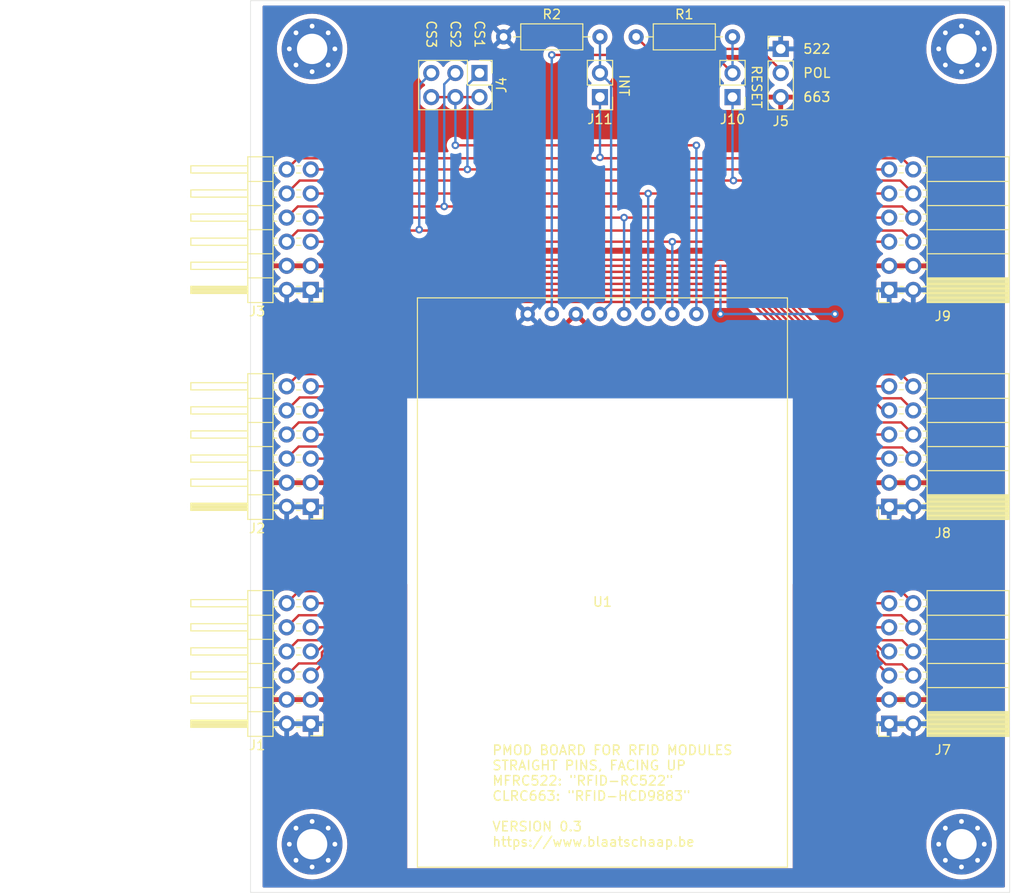
<source format=kicad_pcb>
(kicad_pcb (version 20211014) (generator pcbnew)
  (layers (0 "F.Cu" signal) (31 "B.Cu" signal) (34 "B.Paste" user "B.Plakken") (35 "F.Paste" user "F.Plakken") (36 "B.SilkS" user "B.Silkscreen") (37 "F.SilkS" user "F.Silkscreen") (38 "B.Mask" user) (39 "F.Mask" user "F. masker") (44 "Edge.Cuts" user))
  (net 0 "")
  (net 1 "GND")
  (net 2 "VCC")
  (net 3 "PMOD_UART_INT")
  (net 4 "PMOD_UART_CTS")
  (net 5 "PMOD_UART_RESER")
  (net 6 "PMOD_UART_TXD")
  (net 7 "PMOD_UART_GPIO3")
  (net 8 "PMOD_UART_RXD")
  (net 9 "PMOD_UART_GPIO4")
  (net 10 "PMOD_UART_RTS")
  (net 11 "PMOD_SPI_INT")
  (net 12 "PMOD_SPI_CS")
  (net 13 "PMOD_SPI_RESET")
  (net 14 "PMOD_SPI_MOSI")
  (net 15 "PMOD_SPI_CS2")
  (net 16 "PMOD_SPI_MISO")
  (net 17 "PMOD_SPI_CS3")
  (net 18 "PMOD_SPI_SCK")
  (net 19 "PMOD_I2C_GPIO1")
  (net 20 "PMOD_I2C_INT")
  (net 21 "PMOD_I2C_GPIO2")
  (net 22 "PMOD_I2C_RESET")
  (net 23 "PMOD_I2C_GPIO3")
  (net 24 "PMOD_I2C_SCL")
  (net 25 "PMOD_I2C_GPIO4")
  (net 26 "PMOD_I2C_SDA")
  (net 27 "CS")
  (net 28 "RESET")
  (net 29 "INT")
  (net 30 "Net-(R1-Pad1)")
  (footprint "Connector_PinHeader_2.54mm:PinHeader_2x06_P2.54mm_Horizontal" (layer "F.Cu") (at 63.5 119.38 180)
    (fp_text reference "J1" (at 5.655 -2.27) (layer "F.SilkS"))
    (fp_text value "Conn_02x06_Odd_Even")
    (pad "1" thru_hole rect (at 0 0 180) (size 1.7 1.7) (drill 1) (layers *.Cu *.Mask) (net 2 "VCC"))
    (pad "2" thru_hole oval (at 2.54 0 180) (size 1.7 1.7) (drill 1) (layers *.Cu *.Mask) (net 2 "VCC"))
    (pad "3" thru_hole oval (at 0 2.54 180) (size 1.7 1.7) (drill 1) (layers *.Cu *.Mask) (net 1 "GND"))
    (pad "4" thru_hole oval (at 2.54 2.54 180) (size 1.7 1.7) (drill 1) (layers *.Cu *.Mask) (net 1 "GND"))
    (pad "5" thru_hole oval (at 0 5.08 180) (size 1.7 1.7) (drill 1) (layers *.Cu *.Mask) (net 26 "PMOD_I2C_SDA"))
    (pad "6" thru_hole oval (at 2.54 5.08 180) (size 1.7 1.7) (drill 1) (layers *.Cu *.Mask) (net 25 "PMOD_I2C_GPIO4"))
    (pad "7" thru_hole oval (at 0 7.62 180) (size 1.7 1.7) (drill 1) (layers *.Cu *.Mask) (net 24 "PMOD_I2C_SCL"))
    (pad "8" thru_hole oval (at 2.54 7.62 180) (size 1.7 1.7) (drill 1) (layers *.Cu *.Mask) (net 23 "PMOD_I2C_GPIO3"))
    (pad "9" thru_hole oval (at 0 10.16 180) (size 1.7 1.7) (drill 1) (layers *.Cu *.Mask) (net 22 "PMOD_I2C_RESET"))
    (pad "10" thru_hole oval (at 2.54 10.16 180) (size 1.7 1.7) (drill 1) (layers *.Cu *.Mask) (net 21 "PMOD_I2C_GPIO2"))
    (pad "11" thru_hole oval (at 0 12.7 180) (size 1.7 1.7) (drill 1) (layers *.Cu *.Mask) (net 20 "PMOD_I2C_INT"))
    (pad "12" thru_hole oval (at 2.54 12.7 180) (size 1.7 1.7) (drill 1) (layers *.Cu *.Mask) (net 19 "PMOD_I2C_GPIO1"))
  )
  (footprint "Connector_PinHeader_2.54mm:PinHeader_2x06_P2.54mm_Horizontal" (layer "F.Cu") (at 63.5 96.52 180)
    (fp_text reference "J2" (at 5.655 -2.27) (layer "F.SilkS"))
    (fp_text value "Conn_02x06_Odd_Even")
    (pad "1" thru_hole rect (at 0 0 180) (size 1.7 1.7) (drill 1) (layers *.Cu *.Mask) (net 2 "VCC"))
    (pad "2" thru_hole oval (at 2.54 0 180) (size 1.7 1.7) (drill 1) (layers *.Cu *.Mask) (net 2 "VCC"))
    (pad "3" thru_hole oval (at 0 2.54 180) (size 1.7 1.7) (drill 1) (layers *.Cu *.Mask) (net 1 "GND"))
    (pad "4" thru_hole oval (at 2.54 2.54 180) (size 1.7 1.7) (drill 1) (layers *.Cu *.Mask) (net 1 "GND"))
    (pad "5" thru_hole oval (at 0 5.08 180) (size 1.7 1.7) (drill 1) (layers *.Cu *.Mask) (net 10 "PMOD_UART_RTS"))
    (pad "6" thru_hole oval (at 2.54 5.08 180) (size 1.7 1.7) (drill 1) (layers *.Cu *.Mask) (net 9 "PMOD_UART_GPIO4"))
    (pad "7" thru_hole oval (at 0 7.62 180) (size 1.7 1.7) (drill 1) (layers *.Cu *.Mask) (net 8 "PMOD_UART_RXD"))
    (pad "8" thru_hole oval (at 2.54 7.62 180) (size 1.7 1.7) (drill 1) (layers *.Cu *.Mask) (net 7 "PMOD_UART_GPIO3"))
    (pad "9" thru_hole oval (at 0 10.16 180) (size 1.7 1.7) (drill 1) (layers *.Cu *.Mask) (net 6 "PMOD_UART_TXD"))
    (pad "10" thru_hole oval (at 2.54 10.16 180) (size 1.7 1.7) (drill 1) (layers *.Cu *.Mask) (net 5 "PMOD_UART_RESER"))
    (pad "11" thru_hole oval (at 0 12.7 180) (size 1.7 1.7) (drill 1) (layers *.Cu *.Mask) (net 4 "PMOD_UART_CTS"))
    (pad "12" thru_hole oval (at 2.54 12.7 180) (size 1.7 1.7) (drill 1) (layers *.Cu *.Mask) (net 3 "PMOD_UART_INT"))
  )
  (footprint "Connector_PinHeader_2.54mm:PinHeader_2x06_P2.54mm_Horizontal" (layer "F.Cu") (at 63.5 73.66 180)
    (fp_text reference "J3" (at 5.655 -2.27) (layer "F.SilkS"))
    (fp_text value "Conn_02x06_Odd_Even")
    (pad "1" thru_hole rect (at 0 0 180) (size 1.7 1.7) (drill 1) (layers *.Cu *.Mask) (net 2 "VCC"))
    (pad "2" thru_hole oval (at 2.54 0 180) (size 1.7 1.7) (drill 1) (layers *.Cu *.Mask) (net 2 "VCC"))
    (pad "3" thru_hole oval (at 0 2.54 180) (size 1.7 1.7) (drill 1) (layers *.Cu *.Mask) (net 1 "GND"))
    (pad "4" thru_hole oval (at 2.54 2.54 180) (size 1.7 1.7) (drill 1) (layers *.Cu *.Mask) (net 1 "GND"))
    (pad "5" thru_hole oval (at 0 5.08 180) (size 1.7 1.7) (drill 1) (layers *.Cu *.Mask) (net 18 "PMOD_SPI_SCK"))
    (pad "6" thru_hole oval (at 2.54 5.08 180) (size 1.7 1.7) (drill 1) (layers *.Cu *.Mask) (net 17 "PMOD_SPI_CS3"))
    (pad "7" thru_hole oval (at 0 7.62 180) (size 1.7 1.7) (drill 1) (layers *.Cu *.Mask) (net 16 "PMOD_SPI_MISO"))
    (pad "8" thru_hole oval (at 2.54 7.62 180) (size 1.7 1.7) (drill 1) (layers *.Cu *.Mask) (net 15 "PMOD_SPI_CS2"))
    (pad "9" thru_hole oval (at 0 10.16 180) (size 1.7 1.7) (drill 1) (layers *.Cu *.Mask) (net 14 "PMOD_SPI_MOSI"))
    (pad "10" thru_hole oval (at 2.54 10.16 180) (size 1.7 1.7) (drill 1) (layers *.Cu *.Mask) (net 13 "PMOD_SPI_RESET"))
    (pad "11" thru_hole oval (at 0 12.7 180) (size 1.7 1.7) (drill 1) (layers *.Cu *.Mask) (net 12 "PMOD_SPI_CS"))
    (pad "12" thru_hole oval (at 2.54 12.7 180) (size 1.7 1.7) (drill 1) (layers *.Cu *.Mask) (net 11 "PMOD_SPI_INT"))
  )
  (footprint "Connector_PinSocket_2.54mm:PinSocket_2x06_P2.54mm_Horizontal" (layer "F.Cu") (at 124.46 119.38 180)
    (fp_text reference "J7" (at -5.65 -2.77) (layer "F.SilkS"))
    (fp_text value "Conn_02x06_Odd_Even")
    (pad "1" thru_hole rect (at 0 0 180) (size 1.7 1.7) (drill 1) (layers *.Cu *.Mask) (net 2 "VCC"))
    (pad "2" thru_hole oval (at -2.54 0 180) (size 1.7 1.7) (drill 1) (layers *.Cu *.Mask) (net 2 "VCC"))
    (pad "3" thru_hole oval (at 0 2.54 180) (size 1.7 1.7) (drill 1) (layers *.Cu *.Mask) (net 1 "GND"))
    (pad "4" thru_hole oval (at -2.54 2.54 180) (size 1.7 1.7) (drill 1) (layers *.Cu *.Mask) (net 1 "GND"))
    (pad "5" thru_hole oval (at 0 5.08 180) (size 1.7 1.7) (drill 1) (layers *.Cu *.Mask) (net 26 "PMOD_I2C_SDA"))
    (pad "6" thru_hole oval (at -2.54 5.08 180) (size 1.7 1.7) (drill 1) (layers *.Cu *.Mask) (net 25 "PMOD_I2C_GPIO4"))
    (pad "7" thru_hole oval (at 0 7.62 180) (size 1.7 1.7) (drill 1) (layers *.Cu *.Mask) (net 24 "PMOD_I2C_SCL"))
    (pad "8" thru_hole oval (at -2.54 7.62 180) (size 1.7 1.7) (drill 1) (layers *.Cu *.Mask) (net 23 "PMOD_I2C_GPIO3"))
    (pad "9" thru_hole oval (at 0 10.16 180) (size 1.7 1.7) (drill 1) (layers *.Cu *.Mask) (net 22 "PMOD_I2C_RESET"))
    (pad "10" thru_hole oval (at -2.54 10.16 180) (size 1.7 1.7) (drill 1) (layers *.Cu *.Mask) (net 21 "PMOD_I2C_GPIO2"))
    (pad "11" thru_hole oval (at 0 12.7 180) (size 1.7 1.7) (drill 1) (layers *.Cu *.Mask) (net 20 "PMOD_I2C_INT"))
    (pad "12" thru_hole oval (at -2.54 12.7 180) (size 1.7 1.7) (drill 1) (layers *.Cu *.Mask) (net 19 "PMOD_I2C_GPIO1"))
  )
  (footprint "Connector_PinSocket_2.54mm:PinSocket_2x06_P2.54mm_Horizontal" (layer "F.Cu") (at 124.46 96.52 180)
    (fp_text reference "J8" (at -5.65 -2.77) (layer "F.SilkS"))
    (fp_text value "Conn_02x06_Odd_Even")
    (pad "1" thru_hole rect (at 0 0 180) (size 1.7 1.7) (drill 1) (layers *.Cu *.Mask) (net 2 "VCC"))
    (pad "2" thru_hole oval (at -2.54 0 180) (size 1.7 1.7) (drill 1) (layers *.Cu *.Mask) (net 2 "VCC"))
    (pad "3" thru_hole oval (at 0 2.54 180) (size 1.7 1.7) (drill 1) (layers *.Cu *.Mask) (net 1 "GND"))
    (pad "4" thru_hole oval (at -2.54 2.54 180) (size 1.7 1.7) (drill 1) (layers *.Cu *.Mask) (net 1 "GND"))
    (pad "5" thru_hole oval (at 0 5.08 180) (size 1.7 1.7) (drill 1) (layers *.Cu *.Mask) (net 10 "PMOD_UART_RTS"))
    (pad "6" thru_hole oval (at -2.54 5.08 180) (size 1.7 1.7) (drill 1) (layers *.Cu *.Mask) (net 9 "PMOD_UART_GPIO4"))
    (pad "7" thru_hole oval (at 0 7.62 180) (size 1.7 1.7) (drill 1) (layers *.Cu *.Mask) (net 8 "PMOD_UART_RXD"))
    (pad "8" thru_hole oval (at -2.54 7.62 180) (size 1.7 1.7) (drill 1) (layers *.Cu *.Mask) (net 7 "PMOD_UART_GPIO3"))
    (pad "9" thru_hole oval (at 0 10.16 180) (size 1.7 1.7) (drill 1) (layers *.Cu *.Mask) (net 6 "PMOD_UART_TXD"))
    (pad "10" thru_hole oval (at -2.54 10.16 180) (size 1.7 1.7) (drill 1) (layers *.Cu *.Mask) (net 5 "PMOD_UART_RESER"))
    (pad "11" thru_hole oval (at 0 12.7 180) (size 1.7 1.7) (drill 1) (layers *.Cu *.Mask) (net 4 "PMOD_UART_CTS"))
    (pad "12" thru_hole oval (at -2.54 12.7 180) (size 1.7 1.7) (drill 1) (layers *.Cu *.Mask) (net 3 "PMOD_UART_INT"))
  )
  (footprint "Connector_PinSocket_2.54mm:PinSocket_2x06_P2.54mm_Horizontal" (layer "F.Cu") (at 124.46 73.66 180)
    (fp_text reference "J9" (at -5.65 -2.77) (layer "F.SilkS"))
    (fp_text value "Conn_02x06_Odd_Even")
    (pad "1" thru_hole rect (at 0 0 180) (size 1.7 1.7) (drill 1) (layers *.Cu *.Mask) (net 2 "VCC"))
    (pad "2" thru_hole oval (at -2.54 0 180) (size 1.7 1.7) (drill 1) (layers *.Cu *.Mask) (net 2 "VCC"))
    (pad "3" thru_hole oval (at 0 2.54 180) (size 1.7 1.7) (drill 1) (layers *.Cu *.Mask) (net 1 "GND"))
    (pad "4" thru_hole oval (at -2.54 2.54 180) (size 1.7 1.7) (drill 1) (layers *.Cu *.Mask) (net 1 "GND"))
    (pad "5" thru_hole oval (at 0 5.08 180) (size 1.7 1.7) (drill 1) (layers *.Cu *.Mask) (net 18 "PMOD_SPI_SCK"))
    (pad "6" thru_hole oval (at -2.54 5.08 180) (size 1.7 1.7) (drill 1) (layers *.Cu *.Mask) (net 17 "PMOD_SPI_CS3"))
    (pad "7" thru_hole oval (at 0 7.62 180) (size 1.7 1.7) (drill 1) (layers *.Cu *.Mask) (net 16 "PMOD_SPI_MISO"))
    (pad "8" thru_hole oval (at -2.54 7.62 180) (size 1.7 1.7) (drill 1) (layers *.Cu *.Mask) (net 15 "PMOD_SPI_CS2"))
    (pad "9" thru_hole oval (at 0 10.16 180) (size 1.7 1.7) (drill 1) (layers *.Cu *.Mask) (net 14 "PMOD_SPI_MOSI"))
    (pad "10" thru_hole oval (at -2.54 10.16 180) (size 1.7 1.7) (drill 1) (layers *.Cu *.Mask) (net 13 "PMOD_SPI_RESET"))
    (pad "11" thru_hole oval (at 0 12.7 180) (size 1.7 1.7) (drill 1) (layers *.Cu *.Mask) (net 12 "PMOD_SPI_CS"))
    (pad "12" thru_hole oval (at -2.54 12.7 180) (size 1.7 1.7) (drill 1) (layers *.Cu *.Mask) (net 11 "PMOD_SPI_INT"))
  )
  (footprint "MountingHole:MountingHole_3.2mm_M3_Pad_Via" (layer "F.Cu") (at 63.64 48.26)
    (fp_text reference "H1" hide)
    (fp_text value "MountingHole")
    (pad "1" thru_hole circle (at 1.697056 -1.697056) (size 0.8 0.8) (drill 0.5) (layers *.Cu *.Mask))
    (pad "1" thru_hole circle (at 0 2.4) (size 0.8 0.8) (drill 0.5) (layers *.Cu *.Mask))
    (pad "1" thru_hole circle (at 0 -2.4) (size 0.8 0.8) (drill 0.5) (layers *.Cu *.Mask))
    (pad "1" thru_hole circle (at 2.4 0) (size 0.8 0.8) (drill 0.5) (layers *.Cu *.Mask))
    (pad "1" thru_hole circle (at 0 0) (size 6.4 6.4) (drill 3.2) (layers *.Cu *.Mask))
    (pad "1" thru_hole circle (at -2.4 0) (size 0.8 0.8) (drill 0.5) (layers *.Cu *.Mask))
    (pad "1" thru_hole circle (at -1.697056 -1.697056) (size 0.8 0.8) (drill 0.5) (layers *.Cu *.Mask))
    (pad "1" thru_hole circle (at 1.697056 1.697056) (size 0.8 0.8) (drill 0.5) (layers *.Cu *.Mask))
    (pad "1" thru_hole circle (at -1.697056 1.697056) (size 0.8 0.8) (drill 0.5) (layers *.Cu *.Mask))
  )
  (footprint "MountingHole:MountingHole_3.2mm_M3_Pad_Via" (layer "F.Cu") (at 63.64 132.08)
    (fp_text reference "H2" hide)
    (fp_text value "MountingHole")
    (pad "1" thru_hole circle (at -2.4 0) (size 0.8 0.8) (drill 0.5) (layers *.Cu *.Mask))
    (pad "1" thru_hole circle (at -1.697056 -1.697056) (size 0.8 0.8) (drill 0.5) (layers *.Cu *.Mask))
    (pad "1" thru_hole circle (at -1.697056 1.697056) (size 0.8 0.8) (drill 0.5) (layers *.Cu *.Mask))
    (pad "1" thru_hole circle (at 0 -2.4) (size 0.8 0.8) (drill 0.5) (layers *.Cu *.Mask))
    (pad "1" thru_hole circle (at 0 0) (size 6.4 6.4) (drill 3.2) (layers *.Cu *.Mask))
    (pad "1" thru_hole circle (at 1.697056 -1.697056) (size 0.8 0.8) (drill 0.5) (layers *.Cu *.Mask))
    (pad "1" thru_hole circle (at 2.4 0) (size 0.8 0.8) (drill 0.5) (layers *.Cu *.Mask))
    (pad "1" thru_hole circle (at 1.697056 1.697056) (size 0.8 0.8) (drill 0.5) (layers *.Cu *.Mask))
    (pad "1" thru_hole circle (at 0 2.4) (size 0.8 0.8) (drill 0.5) (layers *.Cu *.Mask))
  )
  (footprint "MountingHole:MountingHole_3.2mm_M3_Pad_Via" (layer "F.Cu") (at 132.08 48.26)
    (fp_text reference "H3" hide)
    (fp_text value "MountingHole")
    (pad "1" thru_hole circle (at -1.697056 -1.697056) (size 0.8 0.8) (drill 0.5) (layers *.Cu *.Mask))
    (pad "1" thru_hole circle (at 1.697056 -1.697056) (size 0.8 0.8) (drill 0.5) (layers *.Cu *.Mask))
    (pad "1" thru_hole circle (at 1.697056 1.697056) (size 0.8 0.8) (drill 0.5) (layers *.Cu *.Mask))
    (pad "1" thru_hole circle (at 0 2.4) (size 0.8 0.8) (drill 0.5) (layers *.Cu *.Mask))
    (pad "1" thru_hole circle (at 2.4 0) (size 0.8 0.8) (drill 0.5) (layers *.Cu *.Mask))
    (pad "1" thru_hole circle (at -2.4 0) (size 0.8 0.8) (drill 0.5) (layers *.Cu *.Mask))
    (pad "1" thru_hole circle (at 0 0) (size 6.4 6.4) (drill 3.2) (layers *.Cu *.Mask))
    (pad "1" thru_hole circle (at -1.697056 1.697056) (size 0.8 0.8) (drill 0.5) (layers *.Cu *.Mask))
    (pad "1" thru_hole circle (at 0 -2.4) (size 0.8 0.8) (drill 0.5) (layers *.Cu *.Mask))
  )
  (footprint "MountingHole:MountingHole_3.2mm_M3_Pad_Via" (layer "F.Cu") (at 132.08 132.08)
    (fp_text reference "H4" hide)
    (fp_text value "MountingHole")
    (pad "1" thru_hole circle (at -1.697056 1.697056) (size 0.8 0.8) (drill 0.5) (layers *.Cu *.Mask))
    (pad "1" thru_hole circle (at 1.697056 -1.697056) (size 0.8 0.8) (drill 0.5) (layers *.Cu *.Mask))
    (pad "1" thru_hole circle (at -1.697056 -1.697056) (size 0.8 0.8) (drill 0.5) (layers *.Cu *.Mask))
    (pad "1" thru_hole circle (at 0 -2.4) (size 0.8 0.8) (drill 0.5) (layers *.Cu *.Mask))
    (pad "1" thru_hole circle (at 0 0) (size 6.4 6.4) (drill 3.2) (layers *.Cu *.Mask))
    (pad "1" thru_hole circle (at 1.697056 1.697056) (size 0.8 0.8) (drill 0.5) (layers *.Cu *.Mask))
    (pad "1" thru_hole circle (at -2.4 0) (size 0.8 0.8) (drill 0.5) (layers *.Cu *.Mask))
    (pad "1" thru_hole circle (at 2.4 0) (size 0.8 0.8) (drill 0.5) (layers *.Cu *.Mask))
    (pad "1" thru_hole circle (at 0 2.4) (size 0.8 0.8) (drill 0.5) (layers *.Cu *.Mask))
  )
  (footprint "AvS_Modules:MOD_RFID-RC522_STRAIGHT_UP" (layer "F.Cu") (at 94.24 104.5)
    (fp_text reference "U1" (at 0 2.04) (layer "F.SilkS"))
    (fp_text value "MOD_RFID-HCD9883")
    (pad "1" thru_hole circle (at -7.88 -28.3) (size 1.524 1.524) (drill 0.762) (layers *.Cu *.Mask) (net 2 "VCC"))
    (pad "2" thru_hole circle (at -5.34 -28.3) (size 1.524 1.524) (drill 0.762) (layers *.Cu *.Mask) (net 28 "RESET"))
    (pad "3" thru_hole circle (at -2.8 -28.3) (size 1.524 1.524) (drill 0.762) (layers *.Cu *.Mask) (net 1 "GND"))
    (pad "4" thru_hole circle (at -0.26 -28.3) (size 1.524 1.524) (drill 0.762) (layers *.Cu *.Mask) (net 29 "INT"))
    (pad "5" thru_hole circle (at 2.28 -28.3) (size 1.524 1.524) (drill 0.762) (layers *.Cu *.Mask) (net 16 "PMOD_SPI_MISO"))
    (pad "6" thru_hole circle (at 4.82 -28.3) (size 1.524 1.524) (drill 0.762) (layers *.Cu *.Mask) (net 14 "PMOD_SPI_MOSI"))
    (pad "7" thru_hole circle (at 7.36 -28.3) (size 1.524 1.524) (drill 0.762) (layers *.Cu *.Mask) (net 18 "PMOD_SPI_SCK"))
    (pad "8" thru_hole circle (at 9.9 -28.3) (size 1.524 1.524) (drill 0.762) (layers *.Cu *.Mask) (net 27 "CS"))
  )
  (footprint "Connector_PinHeader_2.54mm:PinHeader_2x03_P2.54mm_Vertical" (layer "F.Cu") (at 81.28 50.8 -90)
    (fp_text reference "J4" (at 1.27 -2.33 90) (layer "F.SilkS"))
    (fp_text value "Conn_02x03_Odd_Even")
    (pad "1" thru_hole rect (at 0 0 270) (size 1.7 1.7) (drill 1) (layers *.Cu *.Mask) (net 12 "PMOD_SPI_CS"))
    (pad "2" thru_hole oval (at 2.54 0 270) (size 1.7 1.7) (drill 1) (layers *.Cu *.Mask) (net 27 "CS"))
    (pad "3" thru_hole oval (at 0 2.54 270) (size 1.7 1.7) (drill 1) (layers *.Cu *.Mask) (net 15 "PMOD_SPI_CS2"))
    (pad "4" thru_hole oval (at 2.54 2.54 270) (size 1.7 1.7) (drill 1) (layers *.Cu *.Mask) (net 27 "CS"))
    (pad "5" thru_hole oval (at 0 5.08 270) (size 1.7 1.7) (drill 1) (layers *.Cu *.Mask) (net 17 "PMOD_SPI_CS3"))
    (pad "6" thru_hole oval (at 2.54 5.08 270) (size 1.7 1.7) (drill 1) (layers *.Cu *.Mask) (net 27 "CS"))
  )
  (footprint "Connector_PinHeader_2.54mm:PinHeader_1x02_P2.54mm_Vertical" (layer "F.Cu") (at 107.95 53.34 180)
    (fp_text reference "J10" (at 0 -2.33) (layer "F.SilkS"))
    (fp_text value "Conn_02x01")
    (pad "1" thru_hole rect (at 0 0 180) (size 1.7 1.7) (drill 1) (layers *.Cu *.Mask) (net 13 "PMOD_SPI_RESET"))
    (pad "2" thru_hole oval (at 0 2.54 180) (size 1.7 1.7) (drill 1) (layers *.Cu *.Mask) (net 28 "RESET"))
  )
  (footprint "Connector_PinHeader_2.54mm:PinHeader_1x02_P2.54mm_Vertical" (layer "F.Cu") (at 93.98 53.34 180)
    (fp_text reference "J11" (at 0 -2.33) (layer "F.SilkS"))
    (fp_text value "Conn_02x01")
    (pad "1" thru_hole rect (at 0 0 180) (size 1.7 1.7) (drill 1) (layers *.Cu *.Mask) (net 11 "PMOD_SPI_INT"))
    (pad "2" thru_hole oval (at 0 2.54 180) (size 1.7 1.7) (drill 1) (layers *.Cu *.Mask) (net 29 "INT"))
  )
  (footprint "Resistor_THT:R_Axial_DIN0207_L6.3mm_D2.5mm_P10.16mm_Horizontal" (layer "F.Cu") (at 83.82 46.99)
    (fp_text reference "R2" (at 5.08 -2.37) (layer "F.SilkS"))
    (fp_text value "R_Small")
    (pad "1" thru_hole circle (at 0 0) (size 1.6 1.6) (drill 0.8) (layers *.Cu *.Mask) (net 2 "VCC"))
    (pad "2" thru_hole oval (at 10.16 0) (size 1.6 1.6) (drill 0.8) (layers *.Cu *.Mask) (net 29 "INT"))
  )
  (footprint "Resistor_THT:R_Axial_DIN0207_L6.3mm_D2.5mm_P10.16mm_Horizontal" (layer "F.Cu") (at 97.79 46.99)
    (fp_text reference "R1" (at 5.08 -2.37) (layer "F.SilkS"))
    (fp_text value "R_Small")
    (pad "1" thru_hole circle (at 0 0) (size 1.6 1.6) (drill 0.8) (layers *.Cu *.Mask) (net 30 "Net-(R1-Pad1)"))
    (pad "2" thru_hole oval (at 10.16 0) (size 1.6 1.6) (drill 0.8) (layers *.Cu *.Mask) (net 28 "RESET"))
  )
  (footprint "Connector_PinHeader_2.54mm:PinHeader_1x03_P2.54mm_Vertical" (layer "F.Cu") (at 113.03 48.26)
    (fp_text reference "J5" (at 0 7.62) (layer "F.SilkS"))
    (fp_text value "Conn_01x03")
    (pad "1" thru_hole rect (at 0 0) (size 1.7 1.7) (drill 1) (layers *.Cu *.Mask) (net 2 "VCC"))
    (pad "2" thru_hole oval (at 0 2.54) (size 1.7 1.7) (drill 1) (layers *.Cu *.Mask) (net 30 "Net-(R1-Pad1)"))
    (pad "3" thru_hole oval (at 0 5.08) (size 1.7 1.7) (drill 1) (layers *.Cu *.Mask) (net 1 "GND"))
  )
  (gr_line (start 137.16 137.16) (end 57.15 137.16) (layer "Edge.Cuts") (width 0.05))
  (gr_line (start 57.15 43.18) (end 137.16 43.18) (layer "Edge.Cuts") (width 0.05))
  (gr_line (start 137.16 43.18) (end 137.16 137.16) (layer "Edge.Cuts") (width 0.05))
  (gr_line (start 57.15 43.18) (end 57.15 137.16) (layer "Edge.Cuts") (width 0.05))
  (gr_text "CS1" (at 81.28 48.26 -90) (layer "F.SilkS") (effects (font (size 1 1)) (justify right)))
  (gr_text "CS2" (at 78.74 48.26 -90) (layer "F.SilkS") (effects (font (size 1 1)) (justify right)))
  (gr_text "PMOD BOARD FOR RFID MODULES\nSTRAIGHT PINS, FACING UP\nMFRC522: {dblquote}RFID-RC522{dblquote}    \nCLRC663: {dblquote}RFID-HCD9883{dblquote}    \n\nVERSION 0.3\nhttps://www.blaatschaap.be" (at 82.55 127) (layer "F.SilkS") (effects (font (size 1 1)) (justify left)))
  (gr_text "663" (at 116.84 53.34) (layer "F.SilkS") (effects (font (size 1 1))))
  (gr_text "POL" (at 116.84 50.8) (layer "F.SilkS") (effects (font (size 1 1))))
  (gr_text "INT" (at 96.52 53.34 -90) (layer "F.SilkS") (effects (font (size 1 1)) (justify right)))
  (gr_text "522" (at 116.84 48.26) (layer "F.SilkS") (effects (font (size 1 1))))
  (gr_text "CS3" (at 76.2 48.26 -90) (layer "F.SilkS") (effects (font (size 1 1)) (justify right)))
  (gr_text "RESET" (at 110.49 54.61 -90) (layer "F.SilkS") (effects (font (size 1 1)) (justify right)))
  (via (at 106.68 76.2) (size 0.8) (drill 0.4) (layers "F.Cu" "B.Cu") (net 1))
  (via (at 118.745 76.2) (size 0.8) (drill 0.4) (layers "F.Cu" "B.Cu") (net 1))
  (segment (start 106.68 76.2) (end 118.745 76.2) (width 0.25) (layer "B.Cu") (net 1))
  (segment (start 106.68 76.2) (end 106.68 71.12) (width 0.25) (layer "B.Cu") (net 1))
  (segment (start 125.73 82.55) (end 127 83.82) (width 0.25) (layer "F.Cu") (net 3))
  (segment (start 78.08385 70.485) (end 109.855 70.485) (width 0.25) (layer "F.Cu") (net 3))
  (segment (start 109.855 70.485) (end 110.03999 70.66999) (width 0.25) (layer "F.Cu") (net 3))
  (segment (start 62.240575 82.539425) (end 66.029425 82.539425) (width 0.25) (layer "F.Cu") (net 3))
  (segment (start 60.96 83.82) (end 62.240575 82.539425) (width 0.25) (layer "F.Cu") (net 3))
  (segment (start 66.029425 82.539425) (end 78.08385 70.485) (width 0.25) (layer "F.Cu") (net 3))
  (segment (start 121.94115 82.55) (end 125.73 82.55) (width 0.25) (layer "F.Cu") (net 3))
  (segment (start 110.03999 70.66999) (end 110.061141 70.669991) (width 0.25) (layer "F.Cu") (net 3))
  (segment (start 110.061141 70.669991) (end 121.94115 82.55) (width 0.25) (layer "F.Cu") (net 3))
  (segment (start 77.920009 71.304991) (end 77.900269 71.304991) (width 0.25) (layer "F.Cu") (net 4))
  (segment (start 109.87474 71.12) (end 78.105 71.12) (width 0.25) (layer "F.Cu") (net 4))
  (segment (start 122.57474 83.82) (end 109.87474 71.12) (width 0.25) (layer "F.Cu") (net 4))
  (segment (start 65.38526 83.82) (end 63.5 83.82) (width 0.25) (layer "F.Cu") (net 4))
  (segment (start 77.900269 71.304991) (end 65.38526 83.82) (width 0.25) (layer "F.Cu") (net 4))
  (segment (start 78.105 71.12) (end 77.920009 71.304991) (width 0.25) (layer "F.Cu") (net 4))
  (segment (start 124.46 83.82) (end 122.57474 83.82) (width 0.25) (layer "F.Cu") (net 4))
  (segment (start 110.03999 71.93999) (end 110.058321 71.939991) (width 0.25) (layer "F.Cu") (net 5))
  (segment (start 64.846669 84.995001) (end 78.08667 71.755) (width 0.25) (layer "F.Cu") (net 5))
  (segment (start 125.720835 85.080835) (end 127 86.36) (width 0.25) (layer "F.Cu") (net 5))
  (segment (start 78.08667 71.755) (end 109.855 71.755) (width 0.25) (layer "F.Cu") (net 5))
  (segment (start 60.96 86.36) (end 62.324999 84.995001) (width 0.25) (layer "F.Cu") (net 5))
  (segment (start 62.324999 84.995001) (end 64.846669 84.995001) (width 0.25) (layer "F.Cu") (net 5))
  (segment (start 110.058321 71.939991) (end 123.199165 85.080835) (width 0.25) (layer "F.Cu") (net 5))
  (segment (start 109.855 71.755) (end 110.03999 71.93999) (width 0.25) (layer "F.Cu") (net 5))
  (segment (start 123.199165 85.080835) (end 125.720835 85.080835) (width 0.25) (layer "F.Cu") (net 5))
  (segment (start 65.405 85.07308) (end 78.08808 72.39) (width 0.25) (layer "F.Cu") (net 6))
  (segment (start 123.84192 86.36) (end 124.46 86.36) (width 0.25) (layer "F.Cu") (net 6))
  (segment (start 78.08808 72.39) (end 109.87192 72.39) (width 0.25) (layer "F.Cu") (net 6))
  (segment (start 65.405 85.725) (end 65.405 85.07308) (width 0.25) (layer "F.Cu") (net 6))
  (segment (start 109.87192 72.39) (end 123.84192 86.36) (width 0.25) (layer "F.Cu") (net 6))
  (segment (start 63.5 86.36) (end 64.77 86.36) (width 0.25) (layer "F.Cu") (net 6))
  (segment (start 64.77 86.36) (end 65.405 85.725) (width 0.25) (layer "F.Cu") (net 6))
  (segment (start 122.555 87.63) (end 121.92 86.995) (width 0.25) (layer "F.Cu") (net 7))
  (segment (start 77.904499 73.209991) (end 77.920009 73.209991) (width 0.25) (layer "F.Cu") (net 7))
  (segment (start 66.04 85.07449) (end 66.224991 84.889499) (width 0.25) (layer "F.Cu") (net 7))
  (segment (start 77.920009 73.209991) (end 78.105 73.025) (width 0.25) (layer "F.Cu") (net 7))
  (segment (start 121.92 86.995) (end 121.92 85.09) (width 0.25) (layer "F.Cu") (net 7))
  (segment (start 121.92 85.09) (end 121.73501 84.90501) (width 0.25) (layer "F.Cu") (net 7))
  (segment (start 66.224991 84.889499) (end 66.667245 84.447245) (width 0.25) (layer "F.Cu") (net 7))
  (segment (start 78.105 73.025) (end 80.01 73.025) (width 0.25) (layer "F.Cu") (net 7))
  (segment (start 125.73 87.63) (end 122.555 87.63) (width 0.25) (layer "F.Cu") (net 7))
  (segment (start 66.667245 84.447245) (end 77.904499 73.209991) (width 0.25) (layer "F.Cu") (net 7))
  (segment (start 80.01 73.025) (end 80.645 73.025) (width 0.25) (layer "F.Cu") (net 7))
  (segment (start 127 88.9) (end 125.73 87.63) (width 0.25) (layer "F.Cu") (net 7))
  (segment (start 121.735009 84.889499) (end 109.87051 73.025) (width 0.25) (layer "F.Cu") (net 7))
  (segment (start 66.04 86.995) (end 66.04 85.07449) (width 0.25) (layer "F.Cu") (net 7))
  (segment (start 109.87051 73.025) (end 80.01 73.025) (width 0.25) (layer "F.Cu") (net 7))
  (segment (start 65.405 87.63) (end 66.04 86.995) (width 0.25) (layer "F.Cu") (net 7))
  (segment (start 121.73501 84.90501) (end 121.735009 84.889499) (width 0.25) (layer "F.Cu") (net 7))
  (segment (start 60.96 88.9) (end 62.23 87.63) (width 0.25) (layer "F.Cu") (net 7))
  (segment (start 62.23 87.63) (end 65.405 87.63) (width 0.25) (layer "F.Cu") (net 7))
  (segment (start 66.675 88.265) (end 66.675 85.0759) (width 0.25) (layer "F.Cu") (net 8))
  (segment (start 66.675 85.0759) (end 78.0909 73.66) (width 0.25) (layer "F.Cu") (net 8))
  (segment (start 66.04 88.9) (end 66.675 88.265) (width 0.25) (layer "F.Cu") (net 8))
  (segment (start 121.285 85.0759) (end 121.285 88.265) (width 0.25) (layer "F.Cu") (net 8))
  (segment (start 109.855 73.66) (end 110.03999 73.84499) (width 0.25) (layer "F.Cu") (net 8))
  (segment (start 121.92 88.9) (end 124.46 88.9) (width 0.25) (layer "F.Cu") (net 8))
  (segment (start 78.0909 73.66) (end 109.855 73.66) (width 0.25) (layer "F.Cu") (net 8))
  (segment (start 63.5 88.9) (end 66.04 88.9) (width 0.25) (layer "F.Cu") (net 8))
  (segment (start 121.285 88.265) (end 121.92 88.9) (width 0.25) (layer "F.Cu") (net 8))
  (segment (start 110.054091 73.844991) (end 121.285 85.0759) (width 0.25) (layer "F.Cu") (net 8))
  (segment (start 110.03999 73.84499) (end 110.054091 73.844991) (width 0.25) (layer "F.Cu") (net 8))
  (segment (start 120.46501 84.90501) (end 120.465009 84.892319) (width 0.25) (layer "F.Cu") (net 9))
  (segment (start 67.494991 84.892319) (end 67.49499 84.90501) (width 0.25) (layer "F.Cu") (net 9))
  (segment (start 62.23 90.17) (end 60.96 91.44) (width 0.25) (layer "F.Cu") (net 9))
  (segment (start 78.09231 74.295) (end 67.494991 84.892319) (width 0.25) (layer "F.Cu") (net 9))
  (segment (start 120.65 85.09) (end 120.46501 84.90501) (width 0.25) (layer "F.Cu") (net 9))
  (segment (start 120.65 89.535) (end 120.65 85.09) (width 0.25) (layer "F.Cu") (net 9))
  (segment (start 121.379999 90.264999) (end 120.65 89.535) (width 0.25) (layer "F.Cu") (net 9))
  (segment (start 66.675 90.17) (end 62.23 90.17) (width 0.25) (layer "F.Cu") (net 9))
  (segment (start 120.465009 84.892319) (end 109.86769 74.295) (width 0.25) (layer "F.Cu") (net 9))
  (segment (start 67.31 85.09) (end 67.31 89.535) (width 0.25) (layer "F.Cu") (net 9))
  (segment (start 109.86769 74.295) (end 78.09231 74.295) (width 0.25) (layer "F.Cu") (net 9))
  (segment (start 67.49499 84.90501) (end 67.31 85.09) (width 0.25) (layer "F.Cu") (net 9))
  (segment (start 125.824999 90.264999) (end 121.379999 90.264999) (width 0.25) (layer "F.Cu") (net 9))
  (segment (start 127 91.44) (end 125.824999 90.264999) (width 0.25) (layer "F.Cu") (net 9))
  (segment (start 67.31 89.535) (end 66.675 90.17) (width 0.25) (layer "F.Cu") (net 9))
  (segment (start 109.86628 74.93) (end 120.015 85.07872) (width 0.25) (layer "F.Cu") (net 10))
  (segment (start 80.645 74.93) (end 80.01 74.93) (width 0.25) (layer "F.Cu") (net 10))
  (segment (start 80.645 74.93) (end 109.86628 74.93) (width 0.25) (layer "F.Cu") (net 10))
  (segment (start 66.675 91.44) (end 67.945 90.17) (width 0.25) (layer "F.Cu") (net 10))
  (segment (start 120.015 85.07872) (end 120.015 90.805) (width 0.25) (layer "F.Cu") (net 10))
  (segment (start 78.09372 74.93) (end 80.645 74.93) (width 0.25) (layer "F.Cu") (net 10))
  (segment (start 67.945 85.07872) (end 78.09372 74.93) (width 0.25) (layer "F.Cu") (net 10))
  (segment (start 120.65 91.44) (end 124.46 91.44) (width 0.25) (layer "F.Cu") (net 10))
  (segment (start 120.015 90.805) (end 120.65 91.44) (width 0.25) (layer "F.Cu") (net 10))
  (segment (start 63.5 91.44) (end 66.675 91.44) (width 0.25) (layer "F.Cu") (net 10))
  (segment (start 67.945 90.17) (end 67.945 85.07872) (width 0.25) (layer "F.Cu") (net 10))
  (segment (start 60.96 60.96) (end 62.134511 59.785489) (width 0.25) (layer "F.Cu") (net 11))
  (segment (start 125.825489 59.785489) (end 127 60.96) (width 0.25) (layer "F.Cu") (net 11))
  (segment (start 62.134511 59.785489) (end 125.825489 59.785489) (width 0.25) (layer "F.Cu") (net 11))
  (via (at 93.98 59.69) (size 0.8) (drill 0.4) (layers "F.Cu" "B.Cu") (net 11))
  (segment (start 93.98 53.34) (end 93.98 59.69) (width 0.25) (layer "B.Cu") (net 11))
  (segment (start 80.01 60.96) (end 124.46 60.96) (width 0.25) (layer "F.Cu") (net 12))
  (segment (start 63.5 60.96) (end 80.01 60.96) (width 0.25) (layer "F.Cu") (net 12))
  (via (at 80.01 60.96) (size 0.8) (drill 0.4) (layers "F.Cu" "B.Cu") (net 12))
  (segment (start 81.28 50.8) (end 80.01 52.07) (width 0.25) (layer "B.Cu") (net 12))
  (segment (start 80.01 52.07) (end 80.01 60.96) (width 0.25) (layer "B.Cu") (net 12))
  (segment (start 108.045489 62.134511) (end 125.634511 62.134511) (width 0.25) (layer "F.Cu") (net 13))
  (segment (start 125.634511 62.134511) (end 127 63.5) (width 0.25) (layer "F.Cu") (net 13))
  (segment (start 60.96 63.5) (end 62.325489 62.134511) (width 0.25) (layer "F.Cu") (net 13))
  (segment (start 62.325489 62.134511) (end 108.045489 62.134511) (width 0.25) (layer "F.Cu") (net 13))
  (via (at 108.045489 62.134511) (size 0.8) (drill 0.4) (layers "F.Cu" "B.Cu") (net 13))
  (segment (start 107.95 62.039022) (end 108.045489 62.134511) (width 0.25) (layer "B.Cu") (net 13))
  (segment (start 107.95 53.34) (end 107.95 62.039022) (width 0.25) (layer "B.Cu") (net 13))
  (segment (start 99.06 63.5) (end 124.46 63.5) (width 0.25) (layer "F.Cu") (net 14))
  (segment (start 63.5 63.5) (end 99.06 63.5) (width 0.25) (layer "F.Cu") (net 14))
  (via (at 99.06 63.5) (size 0.8) (drill 0.4) (layers "F.Cu" "B.Cu") (net 14))
  (segment (start 99.06 76.2) (end 99.06 63.5) (width 0.25) (layer "B.Cu") (net 14))
  (segment (start 77.565489 64.865489) (end 62.134511 64.865489) (width 0.25) (layer "F.Cu") (net 15))
  (segment (start 62.134511 64.865489) (end 60.96 66.04) (width 0.25) (layer "F.Cu") (net 15))
  (segment (start 125.825489 64.865489) (end 77.565489 64.865489) (width 0.25) (layer "F.Cu") (net 15))
  (segment (start 127 66.04) (end 125.825489 64.865489) (width 0.25) (layer "F.Cu") (net 15))
  (via (at 77.565489 64.865489) (size 0.8) (drill 0.4) (layers "F.Cu" "B.Cu") (net 15))
  (segment (start 78.74 50.8) (end 77.565489 51.974511) (width 0.25) (layer "B.Cu") (net 15))
  (segment (start 77.565489 51.974511) (end 77.565489 64.865489) (width 0.25) (layer "B.Cu") (net 15))
  (segment (start 96.52 66.04) (end 124.46 66.04) (width 0.25) (layer "F.Cu") (net 16))
  (segment (start 63.5 66.04) (end 96.52 66.04) (width 0.25) (layer "F.Cu") (net 16))
  (via (at 96.52 66.04) (size 0.8) (drill 0.4) (layers "F.Cu" "B.Cu") (net 16))
  (segment (start 96.52 76.2) (end 96.52 66.04) (width 0.25) (layer "B.Cu") (net 16))
  (segment (start 125.825489 67.405489) (end 127 68.58) (width 0.25) (layer "F.Cu") (net 17))
  (segment (start 60.96 68.58) (end 62.134511 67.405489) (width 0.25) (layer "F.Cu") (net 17))
  (segment (start 62.134511 67.405489) (end 125.825489 67.405489) (width 0.25) (layer "F.Cu") (net 17))
  (via (at 74.93 67.31) (size 0.8) (drill 0.4) (layers "F.Cu" "B.Cu") (net 17))
  (segment (start 74.93 52.07) (end 74.93 67.31) (width 0.25) (layer "B.Cu") (net 17))
  (segment (start 76.2 50.8) (end 74.93 52.07) (width 0.25) (layer "B.Cu") (net 17))
  (segment (start 63.5 68.58) (end 124.46 68.58) (width 0.25) (layer "F.Cu") (net 18))
  (via (at 101.6 68.58) (size 0.8) (drill 0.4) (layers "F.Cu" "B.Cu") (net 18))
  (segment (start 101.6 76.2) (end 101.6 68.58) (width 0.25) (layer "B.Cu") (net 18))
  (segment (start 68.58 104.13718) (end 68.58 85.08013) (width 0.25) (layer "F.Cu") (net 19))
  (segment (start 60.96 106.68) (end 62.23 105.41) (width 0.25) (layer "F.Cu") (net 19))
  (segment (start 119.195715 84.895845) (end 114.622435 80.322565) (width 0.25) (layer "F.Cu") (net 19))
  (segment (start 114.622435 80.322565) (end 114.49486 80.19499) (width 0.25) (layer "F.Cu") (net 19))
  (segment (start 67.30718 105.41) (end 68.58 104.13718) (width 0.25) (layer "F.Cu") (net 19))
  (segment (start 120.65141 105.40859) (end 119.38 104.13718) (width 0.25) (layer "F.Cu") (net 19))
  (segment (start 119.38 104.13718) (end 119.38 102.87) (width 0.25) (layer "F.Cu") (net 19))
  (segment (start 119.38 85.09) (end 119.38 85.08013) (width 0.25) (layer "F.Cu") (net 19))
  (segment (start 119.38 102.87) (end 119.38 85.09) (width 0.25) (layer "F.Cu") (net 19))
  (segment (start 73.65013 80.01) (end 114.30987 80.01) (width 0.25) (layer "F.Cu") (net 19))
  (segment (start 114.30987 80.01) (end 114.622435 80.322565) (width 0.25) (layer "F.Cu") (net 19))
  (segment (start 125.72859 105.40859) (end 120.65141 105.40859) (width 0.25) (layer "F.Cu") (net 19))
  (segment (start 127 106.68) (end 125.72859 105.40859) (width 0.25) (layer "F.Cu") (net 19))
  (segment (start 68.58 85.08013) (end 73.65013 80.01) (width 0.25) (layer "F.Cu") (net 19))
  (segment (start 62.23 105.41) (end 67.30718 105.41) (width 0.25) (layer "F.Cu") (net 19))
  (segment (start 119.38 85.08013) (end 114.49486 80.19499) (width 0.25) (layer "F.Cu") (net 19))
  (segment (start 69.399991 84.896549) (end 69.39999 84.90501) (width 0.25) (layer "F.Cu") (net 20))
  (segment (start 69.39999 84.90501) (end 69.215 85.09) (width 0.25) (layer "F.Cu") (net 20))
  (segment (start 118.560009 84.896549) (end 114.30846 80.645) (width 0.25) (layer "F.Cu") (net 20))
  (segment (start 118.745705 104.139295) (end 118.745705 85.090705) (width 0.25) (layer "F.Cu") (net 20))
  (segment (start 67.30859 106.045) (end 67.30718 106.045) (width 0.25) (layer "F.Cu") (net 20))
  (segment (start 69.215 85.09) (end 69.215 104.13859) (width 0.25) (layer "F.Cu") (net 20))
  (segment (start 66.67218 106.68) (end 63.5 106.68) (width 0.25) (layer "F.Cu") (net 20))
  (segment (start 118.745705 104.139295) (end 118.745 104.13859) (width 0.25) (layer "F.Cu") (net 20))
  (segment (start 69.215 104.13859) (end 67.30859 106.045) (width 0.25) (layer "F.Cu") (net 20))
  (segment (start 114.30846 80.645) (end 73.65154 80.645) (width 0.25) (layer "F.Cu") (net 20))
  (segment (start 124.46 106.68) (end 121.28641 106.68) (width 0.25) (layer "F.Cu") (net 20))
  (segment (start 67.30718 106.045) (end 66.67218 106.68) (width 0.25) (layer "F.Cu") (net 20))
  (segment (start 121.28641 106.68) (end 118.745705 104.139295) (width 0.25) (layer "F.Cu") (net 20))
  (segment (start 118.56001 84.90501) (end 118.560009 84.896549) (width 0.25) (layer "F.Cu") (net 20))
  (segment (start 118.745705 85.090705) (end 118.56001 84.90501) (width 0.25) (layer "F.Cu") (net 20))
  (segment (start 73.65154 80.645) (end 69.399991 84.896549) (width 0.25) (layer "F.Cu") (net 20))
  (segment (start 114.30705 81.28) (end 118.11 85.08295) (width 0.25) (layer "F.Cu") (net 21))
  (segment (start 67.310001 106.679999) (end 69.85 104.14) (width 0.25) (layer "F.Cu") (net 21))
  (segment (start 118.11 104.14) (end 118.11 102.87) (width 0.25) (layer "F.Cu") (net 21))
  (segment (start 121.92 107.95) (end 118.11 104.14) (width 0.25) (layer "F.Cu") (net 21))
  (segment (start 125.73 107.95) (end 121.92 107.95) (width 0.25) (layer "F.Cu") (net 21))
  (segment (start 66.039295 107.949295) (end 66.674295 107.314295) (width 0.25) (layer "F.Cu") (net 21))
  (segment (start 74.295 81.28) (end 114.3 81.28) (width 0.25) (layer "F.Cu") (net 21))
  (segment (start 69.85 104.14) (end 69.85 86.36) (width 0.25) (layer "F.Cu") (net 21))
  (segment (start 62.230705 107.949295) (end 66.039295 107.949295) (width 0.25) (layer "F.Cu") (net 21))
  (segment (start 67.308591 106.679999) (end 67.310001 106.679999) (width 0.25) (layer "F.Cu") (net 21))
  (segment (start 69.85 85.09) (end 69.85 85.08295) (width 0.25) (layer "F.Cu") (net 21))
  (segment (start 66.674295 107.314295) (end 67.308591 106.679999) (width 0.25) (layer "F.Cu") (net 21))
  (segment (start 114.3 81.28) (end 114.30705 81.28) (width 0.25) (layer "F.Cu") (net 21))
  (segment (start 73.65295 81.28) (end 74.295 81.28) (width 0.25) (layer "F.Cu") (net 21))
  (segment (start 118.11 85.08295) (end 118.11 103.505) (width 0.25) (layer "F.Cu") (net 21))
  (segment (start 69.85 86.36) (end 69.85 85.09) (width 0.25) (layer "F.Cu") (net 21))
  (segment (start 69.85 85.08295) (end 73.65295 81.28) (width 0.25) (layer "F.Cu") (net 21))
  (segment (start 60.96 109.22) (end 62.230705 107.949295) (width 0.25) (layer "F.Cu") (net 21))
  (segment (start 127 109.22) (end 125.73 107.95) (width 0.25) (layer "F.Cu") (net 21))
  (segment (start 67.499221 107.130009) (end 67.494991 107.130009) (width 0.25) (layer "F.Cu") (net 22))
  (segment (start 114.3 81.915) (end 73.65436 81.915) (width 0.25) (layer "F.Cu") (net 22))
  (segment (start 73.65436 81.915) (end 70.485 85.08436) (width 0.25) (layer "F.Cu") (net 22))
  (segment (start 67.494991 107.130009) (end 65.405 109.22) (width 0.25) (layer "F.Cu") (net 22))
  (segment (start 117.475 85.08436) (end 114.490631 82.099991) (width 0.25) (layer "F.Cu") (net 22))
  (segment (start 117.475 104.14141) (end 117.475 85.08436) (width 0.25) (layer "F.Cu") (net 22))
  (segment (start 70.485 104.14) (end 70.30001 104.32499) (width 0.25) (layer "F.Cu") (net 22))
  (segment (start 70.300009 104.329221) (end 67.499221 107.130009) (width 0.25) (layer "F.Cu") (net 22))
  (segment (start 122.55359 109.22) (end 117.475 104.14141) (width 0.25) (layer "F.Cu") (net 22))
  (segment (start 70.485 85.08436) (end 70.485 104.14) (width 0.25) (layer "F.Cu") (net 22))
  (segment (start 65.405 109.22) (end 63.5 109.22) (width 0.25) (layer "F.Cu") (net 22))
  (segment (start 124.46 109.22) (end 122.55359 109.22) (width 0.25) (layer "F.Cu") (net 22))
  (segment (start 70.30001 104.32499) (end 70.300009 104.329221) (width 0.25) (layer "F.Cu") (net 22))
  (segment (start 114.48499 82.09999) (end 114.3 81.915) (width 0.25) (layer "F.Cu") (net 22))
  (segment (start 114.490631 82.099991) (end 114.48499 82.09999) (width 0.25) (layer "F.Cu") (net 22))
  (segment (start 64.676411 110.584999) (end 67.681392 107.580018) (width 0.25) (layer "F.Cu") (net 23))
  (segment (start 125.824999 110.584999) (end 127 111.76) (width 0.25) (layer "F.Cu") (net 23))
  (segment (start 71.12 85.09) (end 71.30499 84.90501) (width 0.25) (layer "F.Cu") (net 23))
  (segment (start 67.681392 107.580018) (end 67.685622 107.580018) (width 0.25) (layer "F.Cu") (net 23))
  (segment (start 73.65577 82.55) (end 114.30423 82.55) (width 0.25) (layer "F.Cu") (net 23))
  (segment (start 67.685622 107.580018) (end 71.12 104.14564) (width 0.25) (layer "F.Cu") (net 23))
  (segment (start 71.12 104.14564) (end 71.12 85.09) (width 0.25) (layer "F.Cu") (net 23))
  (segment (start 123.282179 110.584999) (end 125.824999 110.584999) (width 0.25) (layer "F.Cu") (net 23))
  (segment (start 71.304991 84.900779) (end 73.65577 82.55) (width 0.25) (layer "F.Cu") (net 23))
  (segment (start 116.84 85.08577) (end 116.84 104.14282) (width 0.25) (layer "F.Cu") (net 23))
  (segment (start 62.135001 110.584999) (end 64.676411 110.584999) (width 0.25) (layer "F.Cu") (net 23))
  (segment (start 114.30423 82.55) (end 116.84 85.08577) (width 0.25) (layer "F.Cu") (net 23))
  (segment (start 116.84 104.14282) (end 123.282179 110.584999) (width 0.25) (layer "F.Cu") (net 23))
  (segment (start 71.30499 84.90501) (end 71.304991 84.900779) (width 0.25) (layer "F.Cu") (net 23))
  (segment (start 60.96 111.76) (end 62.135001 110.584999) (width 0.25) (layer "F.Cu") (net 23))
  (segment (start 116.205 85.08718) (end 114.487811 83.369991) (width 0.25) (layer "F.Cu") (net 24))
  (segment (start 71.755 104.14) (end 71.57001 104.32499) (width 0.25) (layer "F.Cu") (net 24))
  (segment (start 71.755 85.08718) (end 71.755 104.14) (width 0.25) (layer "F.Cu") (net 24))
  (segment (start 73.65718 83.185) (end 71.755 85.08718) (width 0.25) (layer "F.Cu") (net 24))
  (segment (start 114.48499 83.36999) (end 114.3 83.185) (width 0.25) (layer "F.Cu") (net 24))
  (segment (start 71.57001 104.32499) (end 71.570009 104.332041) (width 0.25) (layer "F.Cu") (net 24))
  (segment (start 124.46 111.76) (end 123.82077 111.76) (width 0.25) (layer "F.Cu") (net 24))
  (segment (start 116.205 104.14) (end 116.205 85.08718) (width 0.25) (layer "F.Cu") (net 24))
  (segment (start 123.82077 111.76) (end 116.389991 104.329221) (width 0.25) (layer "F.Cu") (net 24))
  (segment (start 116.38999 104.32499) (end 116.205 104.14) (width 0.25) (layer "F.Cu") (net 24))
  (segment (start 71.570009 104.332041) (end 64.14205 111.76) (width 0.25) (layer "F.Cu") (net 24))
  (segment (start 64.14205 111.76) (end 63.5 111.76) (width 0.25) (layer "F.Cu") (net 24))
  (segment (start 114.3 83.185) (end 73.65718 83.185) (width 0.25) (layer "F.Cu") (net 24))
  (segment (start 116.389991 104.329221) (end 116.38999 104.32499) (width 0.25) (layer "F.Cu") (net 24))
  (segment (start 114.487811 83.369991) (end 114.48499 83.36999) (width 0.25) (layer "F.Cu") (net 24))
  (segment (start 72.57499 84.90501) (end 72.39 85.09) (width 0.25) (layer "F.Cu") (net 25))
  (segment (start 64.14064 113.02436) (end 64.14064 113.03) (width 0.25) (layer "F.Cu") (net 25))
  (segment (start 114.30141 83.82) (end 73.65859 83.82) (width 0.25) (layer "F.Cu") (net 25))
  (segment (start 115.57 85.08859) (end 114.30141 83.82) (width 0.25) (layer "F.Cu") (net 25))
  (segment (start 124.085997 113.124999) (end 123.284999 112.324001) (width 0.25) (layer "F.Cu") (net 25))
  (segment (start 115.57 104.14564) (end 115.57 85.08859) (width 0.25) (layer "F.Cu") (net 25))
  (segment (start 72.574991 84.903599) (end 72.57499 84.90501) (width 0.25) (layer "F.Cu") (net 25))
  (segment (start 72.39 85.09) (end 72.39 104.14846) (width 0.25) (layer "F.Cu") (net 25))
  (segment (start 64.675001 111.863459) (end 64.675001 112.489999) (width 0.25) (layer "F.Cu") (net 25))
  (segment (start 64.675001 112.489999) (end 64.14064 113.02436) (width 0.25) (layer "F.Cu") (net 25))
  (segment (start 127 114.3) (end 125.824999 113.124999) (width 0.25) (layer "F.Cu") (net 25))
  (segment (start 123.284999 112.324001) (end 123.284999 111.860639) (width 0.25) (layer "F.Cu") (net 25))
  (segment (start 73.65859 83.82) (end 72.574991 84.903599) (width 0.25) (layer "F.Cu") (net 25))
  (segment (start 125.824999 113.124999) (end 124.085997 113.124999) (width 0.25) (layer "F.Cu") (net 25))
  (segment (start 72.39 104.14846) (end 64.675001 111.863459) (width 0.25) (layer "F.Cu") (net 25))
  (segment (start 123.284999 111.860639) (end 115.57 104.14564) (width 0.25) (layer "F.Cu") (net 25))
  (segment (start 62.23 113.03) (end 60.96 114.3) (width 0.25) (layer "F.Cu") (net 25))
  (segment (start 64.14064 113.03) (end 62.23 113.03) (width 0.25) (layer "F.Cu") (net 25))
  (segment (start 72.840009 104.334861) (end 65.125011 112.049859) (width 0.25) (layer "F.Cu") (net 26))
  (segment (start 114.935 85.09) (end 114.935 104.14) (width 0.25) (layer "F.Cu") (net 26))
  (segment (start 115.119991 104.332041) (end 122.834989 112.047039) (width 0.25) (layer "F.Cu") (net 26))
  (segment (start 65.125011 112.049859) (end 65.125011 112.682039) (width 0.25) (layer "F.Cu") (net 26))
  (segment (start 114.935 104.14) (end 115.11999 104.32499) (width 0.25) (layer "F.Cu") (net 26))
  (segment (start 73.66 84.455) (end 74.93 84.455) (width 0.25) (layer "F.Cu") (net 26))
  (segment (start 74.93 84.455) (end 75.565 84.455) (width 0.25) (layer "F.Cu") (net 26))
  (segment (start 65.125011 112.682039) (end 63.50705 114.3) (width 0.25) (layer "F.Cu") (net 26))
  (segment (start 122.834989 112.674989) (end 124.46 114.3) (width 0.25) (layer "F.Cu") (net 26))
  (segment (start 74.93 84.455) (end 114.3 84.455) (width 0.25) (layer "F.Cu") (net 26))
  (segment (start 72.84001 104.32499) (end 72.840009 104.334861) (width 0.25) (layer "F.Cu") (net 26))
  (segment (start 73.025 85.265364) (end 73.025 85.09) (width 0.25) (layer "F.Cu") (net 26))
  (segment (start 73.025 85.09) (end 73.66 84.455) (width 0.25) (layer "F.Cu") (net 26))
  (segment (start 115.11999 104.32499) (end 115.119991 104.332041) (width 0.25) (layer "F.Cu") (net 26))
  (segment (start 114.3 84.455) (end 114.935 85.09) (width 0.25) (layer "F.Cu") (net 26))
  (segment (start 73.025 85.09) (end 73.025 104.14) (width 0.25) (layer "F.Cu") (net 26))
  (segment (start 122.834989 112.047039) (end 122.834989 112.674989) (width 0.25) (layer "F.Cu") (net 26))
  (segment (start 73.025 104.14) (end 72.84001 104.32499) (width 0.25) (layer "F.Cu") (net 26))
  (segment (start 63.50705 114.3) (end 63.5 114.3) (width 0.25) (layer "F.Cu") (net 26))
  (segment (start 104.14 58.42) (end 78.74 58.42) (width 0.25) (layer "F.Cu") (net 27))
  (segment (start 76.2 53.34) (end 81.28 53.34) (width 0.25) (layer "F.Cu") (net 27))
  (via (at 104.14 58.42) (size 0.8) (drill 0.4) (layers "F.Cu" "B.Cu") (net 27))
  (via (at 78.74 58.42) (size 0.8) (drill 0.4) (layers "F.Cu" "B.Cu") (net 27))
  (segment (start 104.14 76.2) (end 104.14 58.42) (width 0.25) (layer "B.Cu") (net 27))
  (segment (start 78.74 58.42) (end 78.74 53.34) (width 0.25) (layer "B.Cu") (net 27))
  (segment (start 88.9 48.895) (end 106.045 48.895) (width 0.25) (layer "F.Cu") (net 28))
  (segment (start 106.045 48.895) (end 107.95 50.8) (width 0.25) (layer "F.Cu") (net 28))
  (via (at 88.9 48.895) (size 0.8) (drill 0.4) (layers "F.Cu" "B.Cu") (net 28))
  (segment (start 88.9 76.2) (end 88.9 48.895) (width 0.25) (layer "B.Cu") (net 28))
  (segment (start 107.95 50.8) (end 107.95 46.99) (width 0.25) (layer "B.Cu") (net 28))
  (segment (start 95.154511 75.025489) (end 95.154511 51.974511) (width 0.25) (layer "B.Cu") (net 29))
  (segment (start 93.98 76.2) (end 95.154511 75.025489) (width 0.25) (layer "B.Cu") (net 29))
  (segment (start 95.154511 51.974511) (end 93.98 50.8) (width 0.25) (layer "B.Cu") (net 29))
  (segment (start 93.98 50.8) (end 93.98 46.99) (width 0.25) (layer "B.Cu") (net 29))
  (segment (start 97.79 46.99) (end 99.06 48.26) (width 0.25) (layer "F.Cu") (net 30))
  (segment (start 113.03 50.8) (end 113.03 50.4797) (width 0.25) (layer "F.Cu") (net 30))
  (segment (start 110.8103 48.26) (end 99.06 48.26) (width 0.25) (layer "F.Cu") (net 30))
  (segment (start 113.03 50.4797) (end 110.8103 48.26) (width 0.25) (layer "F.Cu") (net 30))
  (zone (net 0) (net_name "") (layers F&B.Cu) (connect_pads (clearance 0)) (min_thickness 0.254)
    (keepout (tracks not_allowed) (vias not_allowed) (pads allowed) (copperpour not_allowed) (footprints allowed))
    (fill (thermal_gap 0.508) (thermal_bridge_width 0.508))
    (polygon (pts (xy 114.3 134.62) (xy 73.66 134.62) (xy 73.66 85.09) (xy 114.3 85.09)))
  )
  (zone (net 1) (net_name "GND") (layer "F.Cu") (connect_pads (clearance 0.508)) (min_thickness 0.254) (fill yes (thermal_gap 0.508) (thermal_bridge_width 0.508))
    (polygon (pts (xy 137.16 137.16) (xy 58.42 137.16) (xy 58.42 43.18) (xy 137.16 43.18)))
  )
  (zone (net 2) (net_name "VCC") (layer "B.Cu") (connect_pads (clearance 0.508)) (min_thickness 0.254) (fill yes (thermal_gap 0.508) (thermal_bridge_width 0.508))
    (polygon (pts (xy 137.16 137.16) (xy 58.42 137.16) (xy 58.42 43.18) (xy 137.16 43.18)))
  )
)
</source>
